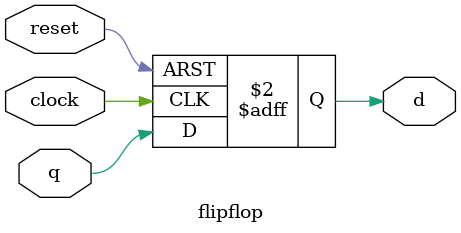
<source format=v>
module top(input [6:0] btn,
           output [7:0] led,
           output wifi_gpio0);
              
   parameter BUTTON_CLOCK = 5; // The "Left" button on the ULX3S board
   parameter BUTTON_DATA  = 4; // The "Down" button
   parameter BUTTON_RESET = 6; // The "Right" button
   
   parameter LED_CLOCK = 0;
   parameter LED_DATA  = 1;
   parameter LED_RESET = 2;
   
   parameter LED_OUTPUT = 7;
   
   // Assign an LED to the output of the flipflop, connect the inputs to the buttons
   flipflop flipflop_1 (
   	.clock (btn[BUTTON_CLOCK]),
   	.reset (btn[BUTTON_RESET]),
   	.q     (btn[BUTTON_DATA]),
   	.d     (led[LED_OUTPUT])
   );
   
   // Assign the three input buttons to the LEDs   
   assign led[LED_CLOCK] = btn[BUTTON_CLOCK];
   assign led[LED_DATA] = btn[BUTTON_DATA];
   assign led[LED_RESET] = btn[BUTTON_RESET];
   
   // Turn off the unused LEDs
   assign led[6:3] = 4'b0000;
   
   // Disable the wifi
   assign wifi_gpio0 = 1'b1;

endmodule

module flipflop(input clock,
                input reset,
                input q,
                output reg d);
      
   // The D-type flipflop copies the input to the output on a clock edge
   // and resets to zero if the reset signal is asserted
   always @(posedge clock or posedge reset)
   begin
      if (reset)
         d <= 1'b0;
      else
         d <= q;
   end
   
endmodule

</source>
